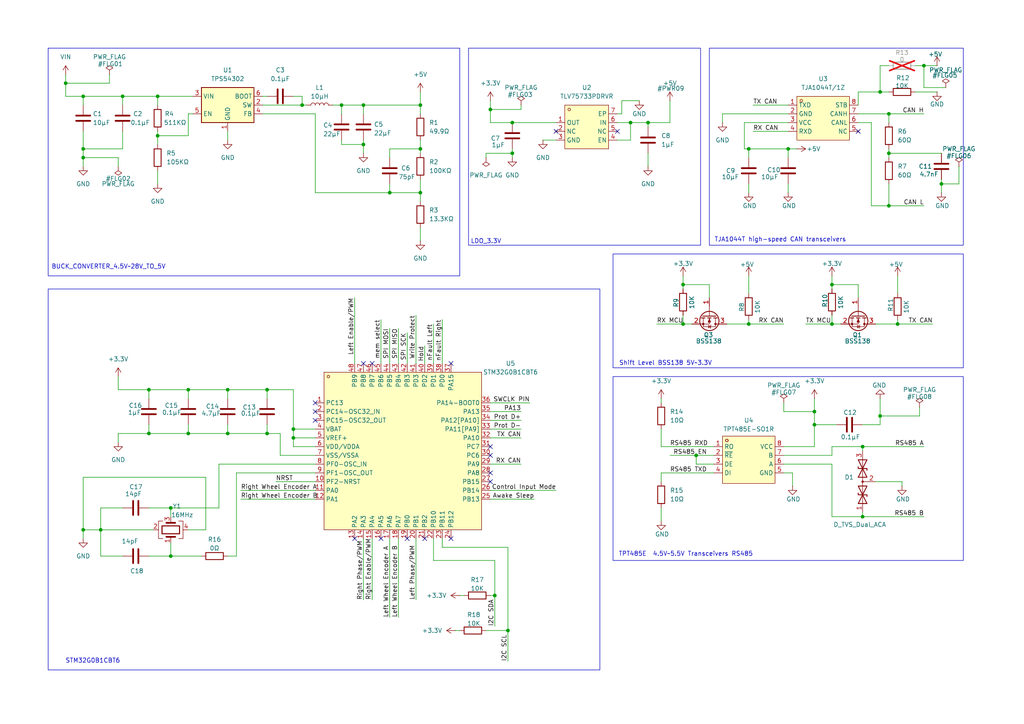
<source format=kicad_sch>
(kicad_sch (version 20231120) (generator "eeschema") (generator_version "8.0")
  (paper "A4")
  (title_block (title "Intern TransTRACK") (date "2025-02-12"))
  (lib_symbols
    (symbol "Device:C" (pin_numbers hide) (pin_names (offset 0.254))
      (property "Reference" "C" (at 0.635 2.54 0))
      (property "Value" "C" (at 0.635 -2.54 0))
      (symbol "C_1_1"
        (pin passive line (at 0 3.81 270) (length 2.794) (name "~") (number "1"))
        (pin passive line (at 0 -3.81 90) (length 2.794) (name "~") (number "2"))
      )
    )
    (symbol "Device:Crystal_GND24" (pin_names (offset 1.016) hide)
      (property "Reference" "Y" (at 3.175 5.08 0))
      (property "Value" "Crystal_GND24" (at 3.175 3.175 0))
      (symbol "Crystal_GND24_1_1"
        (pin passive line (at -3.81 0 0) (length 1.27) (name "1") (number "1"))
        (pin passive line (at 0 5.08 270) (length 1.27) (name "2") (number "2"))
        (pin passive line (at 3.81 0 180) (length 1.27) (name "3") (number "3"))
        (pin passive line (at 0 -5.08 90) (length 1.27) (name "4") (number "4"))
      )
    )
    (symbol "Device:D_TVS_Dual_ACA" (pin_names (offset 1.016) hide)
      (property "Reference" "D" (at 0 4.445 0))
      (property "Value" "D_TVS_Dual_ACA" (at 0 2.54 0))
      (symbol "D_TVS_Dual_ACA_1_1"
        (pin passive line (at -8.89 0 0) (length 2.54) (name "A1") (number "1"))
        (pin passive line (at 0 -3.81 90) (length 2.54) (name "common") (number "2"))
        (pin passive line (at 8.89 0 180) (length 2.54) (name "A2") (number "3"))
      )
    )
    (symbol "Device:L" (pin_numbers hide) (pin_names (offset 1.016) hide)
      (property "Reference" "L" (at -1.27 0 90))
      (property "Value" "L" (at 1.905 0 90))
      (symbol "L_1_1"
        (pin passive line (at 0 3.81 270) (length 1.27) (name "1") (number "1"))
        (pin passive line (at 0 -3.81 90) (length 1.27) (name "2") (number "2"))
      )
    )
    (symbol "Device:R" (pin_numbers hide) (pin_names (offset 0))
      (property "Reference" "R" (at 2.032 0 90))
      (property "Value" "R" (at 0 0 90))
      (symbol "R_1_1"
        (pin passive line (at 0 3.81 270) (length 1.27) (name "~") (number "1"))
        (pin passive line (at 0 -3.81 90) (length 1.27) (name "~") (number "2"))
      )
    )
    (symbol "Regulator_Switching:TPS54302"
      (property "Reference" "U" (at -7.62 6.35 0))
      (property "Value" "TPS54302" (at 0 6.35 0))
      (symbol "TPS54302_1_1"
        (pin power_in line (at 0 -7.62 90) (length 2.54) (name "GND") (number "1"))
        (pin power_out line (at 10.16 0 180) (length 2.54) (name "SW") (number "2"))
        (pin power_in line (at -10.16 2.54 0) (length 2.54) (name "VIN") (number "3"))
        (pin input line (at 10.16 -2.54 180) (length 2.54) (name "FB") (number "4"))
        (pin input line (at -10.16 -2.54 0) (length 2.54) (name "EN") (number "5"))
        (pin passive line (at 10.16 2.54 180) (length 2.54) (name "BOOT") (number "6"))
      )
    )
    (symbol "STM32G0B1CBT6:STM32G0B1CBT6"
      (property "Reference" "U5" (at 31.242 25.4 0))
      (property "Value" "STM32G0B1CBT6" (at 31.242 22.86 0))
      (symbol "STM32G0B1CBT6_0_1"
        (pin power_in line (at -25.4 13.97 0) (length 2.54) (name "PC13") (number "1"))
        (pin bidirectional line (at -25.4 -8.89 0) (length 2.54) (name "PF2-NRST") (number "10"))
        (pin bidirectional line (at -25.4 -11.43 0) (length 2.54) (name "PA0") (number "11"))
        (pin bidirectional line (at -25.4 -13.97 0) (length 2.54) (name "PA1") (number "12"))
        (pin bidirectional line (at -13.97 -25.4 90) (length 2.54) (name "PA2") (number "13"))
        (pin bidirectional line (at -11.43 -25.4 90) (length 2.54) (name "PA3") (number "14"))
        (pin bidirectional line (at -8.89 -25.4 90) (length 2.54) (name "PA4") (number "15"))
        (pin bidirectional line (at -6.35 -25.4 90) (length 2.54) (name "PA5") (number "16"))
        (pin bidirectional line (at -3.81 -25.4 90) (length 2.54) (name "PA6") (number "17"))
        (pin bidirectional line (at -1.27 -25.4 90) (length 2.54) (name "PA7") (number "18"))
        (pin bidirectional line (at 1.27 -25.4 90) (length 2.54) (name "PB0") (number "19"))
        (pin power_in line (at -25.4 11.43 0) (length 2.54) (name "PC14-OSC32_IN") (number "2"))
        (pin bidirectional line (at 3.81 -25.4 90) (length 2.54) (name "PB1") (number "20"))
        (pin bidirectional line (at 6.35 -25.4 90) (length 2.54) (name "PB2") (number "21"))
        (pin bidirectional line (at 8.89 -25.4 90) (length 2.54) (name "PB10") (number "22"))
        (pin bidirectional line (at 11.43 -25.4 90) (length 2.54) (name "PB11") (number "23"))
        (pin bidirectional line (at 13.97 -25.4 90) (length 2.54) (name "PB12") (number "24"))
        (pin bidirectional line (at 25.4 -13.97 180) (length 2.54) (name "PB13") (number "25"))
        (pin bidirectional line (at 25.4 -11.43 180) (length 2.54) (name "PB14") (number "26"))
        (pin bidirectional line (at 25.4 -8.89 180) (length 2.54) (name "PB15") (number "27"))
        (pin bidirectional line (at 25.4 -6.35 180) (length 2.54) (name "PA8") (number "28"))
        (pin bidirectional line (at 25.4 -3.81 180) (length 2.54) (name "PA9") (number "29"))
        (pin power_in line (at -25.4 8.89 0) (length 2.54) (name "PC15-OSC32_OUT") (number "3"))
        (pin bidirectional line (at 25.4 -1.27 180) (length 2.54) (name "PC6") (number "30"))
        (pin bidirectional line (at 25.4 1.27 180) (length 2.54) (name "PC7") (number "31"))
        (pin bidirectional line (at 25.4 3.81 180) (length 2.54) (name "PA10") (number "32"))
        (pin bidirectional line (at 25.4 6.35 180) (length 2.54) (name "PA11[PA9]") (number "33"))
        (pin bidirectional line (at 25.4 8.89 180) (length 2.54) (name "PA12[PA10]") (number "34"))
        (pin bidirectional line (at 25.4 11.43 180) (length 2.54) (name "PA13") (number "35"))
        (pin bidirectional line (at 25.4 13.97 180) (length 2.54) (name "PA14-BOOT0") (number "36"))
        (pin bidirectional line (at 13.97 25.4 270) (length 2.54) (name "PA15") (number "37"))
        (pin bidirectional line (at 11.43 25.4 270) (length 2.54) (name "PD0") (number "38"))
        (pin bidirectional line (at 8.89 25.4 270) (length 2.54) (name "PD1") (number "39"))
        (pin power_in line (at -25.4 6.35 0) (length 2.54) (name "VBAT") (number "4"))
        (pin bidirectional line (at 6.35 25.4 270) (length 2.54) (name "PD2") (number "40"))
        (pin bidirectional line (at 3.81 25.4 270) (length 2.54) (name "PD3") (number "41"))
        (pin bidirectional line (at 1.27 25.4 270) (length 2.54) (name "PB3") (number "42"))
        (pin bidirectional line (at -1.27 25.4 270) (length 2.54) (name "PB4") (number "43"))
        (pin bidirectional line (at -3.81 25.4 270) (length 2.54) (name "PB5") (number "44"))
        (pin bidirectional line (at -6.35 25.4 270) (length 2.54) (name "PB6") (number "45"))
        (pin bidirectional line (at -8.89 25.4 270) (length 2.54) (name "PB7") (number "46"))
        (pin bidirectional line (at -11.43 25.4 270) (length 2.54) (name "PB8") (number "47"))
        (pin bidirectional line (at -13.97 25.4 270) (length 2.54) (name "PB9") (number "48"))
        (pin power_in line (at -25.4 3.81 0) (length 2.54) (name "VREF+") (number "5"))
        (pin power_in line (at -25.4 1.27 0) (length 2.54) (name "VDD/VDDA") (number "6"))
        (pin power_in line (at -25.4 -1.27 0) (length 2.54) (name "VSS/VSSA") (number "7"))
        (pin bidirectional line (at -25.4 -3.81 0) (length 2.54) (name "PF0-OSC_IN") (number "8"))
        (pin bidirectional line (at -25.4 -6.35 0) (length 2.54) (name "PF1-OSC_OUT") (number "9"))
      )
    )
    (symbol "TJA1044T:TJA1044T_1Z"
      (property "Reference" "U3" (at 0 11.43 0))
      (property "Value" "TJA1044T/1Z" (at 0 8.89 0))
      (symbol "TJA1044T_1Z_0_1"
        (pin bidirectional line (at -10.16 3.81 0) (length 2.54) (name "TXD") (number "1"))
        (pin power_in line (at -10.16 1.27 0) (length 2.54) (name "GND") (number "2"))
        (pin power_in line (at -10.16 -1.27 0) (length 2.54) (name "VCC") (number "3"))
        (pin bidirectional line (at -10.16 -3.81 0) (length 2.54) (name "RXD") (number "4"))
        (pin no_connect line (at 10.16 -3.81 180) (length 2.54) (name "NC") (number "5"))
        (pin bidirectional line (at 10.16 -1.27 180) (length 2.54) (name "CANL") (number "6"))
        (pin bidirectional line (at 10.16 1.27 180) (length 2.54) (name "CANH") (number "7"))
      )
      (symbol "TJA1044T_1Z_1_1"
        (pin bidirectional line (at 10.16 3.81 180) (length 2.54) (name "STB") (number "8"))
      )
    )
    (symbol "TLV75733PDRVR:TLV75733PDRVR"
      (property "Reference" "U2" (at 0 11.43 0))
      (property "Value" "TLV75733PDRVR" (at 0 8.89 0))
      (symbol "TLV75733PDRVR_0_1"
        (pin power_in line (at -8.89 1.27 0) (length 2.54) (name "OUT") (number "1"))
        (pin no_connect line (at -8.89 -1.27 0) (length 2.54) (name "NC") (number "2"))
        (pin power_in line (at -8.89 -3.81 0) (length 2.54) (name "GND") (number "3"))
        (pin power_in line (at 8.89 -3.81 180) (length 2.54) (name "EN") (number "4"))
        (pin bidirectional line (at 8.89 -1.27 180) (length 2.54) (name "NC") (number "5"))
        (pin power_in line (at 8.89 1.27 180) (length 2.54) (name "IN") (number "6"))
      )
      (symbol "TLV75733PDRVR_1_1"
        (pin power_in line (at 8.89 3.81 180) (length 2.54) (name "EP") (number "7"))
      )
    )
    (symbol "TPT485E-SO1R:TPT485E-SO1R"
      (property "Reference" "U4" (at 0 12.7 0))
      (property "Value" "TPT485E-SO1R" (at 0 10.16 0))
      (symbol "TPT485E-SO1R_0_1"
        (pin bidirectional line (at -10.16 5.08 0) (length 2.54) (name "RO") (number "1"))
        (pin bidirectional line (at -10.16 2.54 0) (length 2.54) (name "~{RE}") (number "2"))
        (pin bidirectional line (at -10.16 0 0) (length 2.54) (name "DE") (number "3"))
        (pin bidirectional line (at -10.16 -2.54 0) (length 2.54) (name "DI") (number "4"))
        (pin power_in line (at 10.16 -2.54 180) (length 2.54) (name "GND") (number "5"))
        (pin bidirectional line (at 10.16 0 180) (length 2.54) (name "A") (number "6"))
        (pin bidirectional line (at 10.16 2.54 180) (length 2.54) (name "B") (number "7"))
        (pin power_in line (at 10.16 5.08 180) (length 2.54) (name "VCC") (number "8"))
      )
    )
    (symbol "Transistor_FET:BSS138" (pin_names hide)
      (property "Reference" "Q" (at 5.08 1.905 0))
      (property "Value" "BSS138" (at 5.08 0 0))
      (symbol "BSS138_1_1"
        (pin input line (at -5.08 0 0) (length 2.54) (name "G") (number "1"))
        (pin passive line (at 2.54 -5.08 90) (length 2.54) (name "S") (number "2"))
        (pin passive line (at 2.54 5.08 270) (length 2.54) (name "D") (number "3"))
      )
    )
    (symbol "power:+3.3V" (power) (pin_numbers hide) (pin_names (offset 0) hide)
      (property "Value" "+3.3V" (at 0 3.556 0))
      (symbol "+3.3V_1_1"
        (pin power_in line (at 0 0 90) (length 0) (name "~") (number "1"))
      )
    )
    (symbol "power:+5V" (power) (pin_numbers hide) (pin_names (offset 0) hide)
      (property "Value" "+5V" (at 0 3.556 0))
      (symbol "+5V_1_1"
        (pin power_in line (at 0 0 90) (length 0) (name "~") (number "1"))
      )
    )
    (symbol "power:+8V" (power) (pin_numbers hide) (pin_names (offset 0) hide)
      (property "Value" "+8V" (at 0 3.556 0))
      (symbol "+8V_1_1"
        (pin power_in line (at 0 0 90) (length 0) (name "~") (number "1"))
      )
    )
    (symbol "power:GND" (power) (pin_numbers hide) (pin_names (offset 0) hide)
      (property "Value" "GND" (at 0 -3.81 0))
      (symbol "GND_1_1"
        (pin power_in line (at 0 0 270) (length 0) (name "~") (number "1"))
      )
    )
    (symbol "power:PWR_FLAG" (power) (pin_numbers hide) (pin_names (offset 0) hide)
      (property "Value" "PWR_FLAG" (at 0 3.81 0))
      (symbol "PWR_FLAG_0_0"
        (pin power_out line (at 0 0 90) (length 0) (name "~") (number "1"))
      )
    )
  )
  (junction (at 113.03 55.88))
  (junction (at 148.59 35.56))
  (junction (at 121.92 43.18))
  (junction (at 250.19 149.86))
  (junction (at 105.41 41.91))
  (junction (at 105.41 30.48))
  (junction (at 255.27 26.67))
  (junction (at 85.09 127))
  (junction (at 198.12 93.98))
  (junction (at 45.72 39.37))
  (junction (at 273.05 53.34))
  (junction (at 257.81 44.45))
  (junction (at 198.12 82.55))
  (junction (at 142.24 31.75))
  (junction (at 29.21 153.67))
  (junction (at 217.17 43.18))
  (junction (at 236.22 123.19))
  (junction (at 99.06 30.48))
  (junction (at 187.96 35.56))
  (junction (at 43.18 113.03))
  (junction (at 66.04 125.73))
  (junction (at 87.63 30.48))
  (junction (at 19.05 24.13))
  (junction (at 260.35 93.98))
  (junction (at 24.13 153.67))
  (junction (at 49.53 147.32))
  (junction (at 250.19 129.54))
  (junction (at 54.61 113.03))
  (junction (at 49.53 161.29))
  (junction (at 217.17 93.98))
  (junction (at 267.97 19.05))
  (junction (at 121.92 30.48))
  (junction (at 77.47 125.73))
  (junction (at 257.81 33.02))
  (junction (at 257.81 59.69))
  (junction (at 241.3 93.98))
  (junction (at 35.56 27.94))
  (junction (at 121.92 55.88))
  (junction (at 24.13 27.94))
  (junction (at 255.27 120.65))
  (junction (at 148.59 44.45))
  (junction (at 236.22 119.38))
  (junction (at 85.09 124.46))
  (junction (at 43.18 125.73))
  (junction (at 24.13 43.18))
  (junction (at 66.04 113.03))
  (junction (at 24.13 45.72))
  (junction (at 182.88 35.56))
  (junction (at 147.32 182.88))
  (junction (at 228.6 43.18))
  (junction (at 77.47 113.03))
  (junction (at 143.51 172.72))
  (junction (at 241.3 82.55))
  (junction (at 45.72 27.94))
  (junction (at 201.93 132.08))
  (junction (at 54.61 125.73))
  (no_connect (at 91.44 121.92))
  (no_connect (at 91.44 116.84))
  (no_connect (at 142.24 139.7))
  (no_connect (at 248.92 38.1))
  (no_connect (at 179.07 38.1))
  (no_connect (at 105.41 105.41))
  (no_connect (at 102.87 156.21))
  (no_connect (at 130.81 156.21))
  (no_connect (at 130.81 105.41))
  (no_connect (at 107.95 105.41))
  (no_connect (at 118.11 156.21))
  (no_connect (at 161.29 38.1))
  (no_connect (at 142.24 129.54))
  (no_connect (at 91.44 119.38))
  (no_connect (at 110.49 156.21))
  (no_connect (at 123.19 156.21))
  (no_connect (at 142.24 132.08))
  (no_connect (at 142.24 137.16))
  (wire (pts (xy 271.78 26.67) (xy 265.43 26.67)))
  (wire (pts (xy 236.22 115.57) (xy 236.22 119.38)))
  (wire (pts (xy 54.61 125.73) (xy 43.18 125.73)))
  (wire (pts (xy 260.35 93.98) (xy 254 93.98)))
  (wire (pts (xy 99.06 30.48) (xy 105.41 30.48)))
  (wire (pts (xy 66.04 125.73) (xy 54.61 125.73)))
  (wire (pts (xy 29.21 161.29) (xy 29.21 153.67)))
  (wire (pts (xy 179.07 35.56) (xy 182.88 35.56)))
  (wire (pts (xy 227.33 134.62) (xy 241.3 134.62)))
  (wire (pts (xy 241.3 129.54) (xy 250.19 129.54)))
  (wire (pts (xy 182.88 35.56) (xy 182.88 40.64)))
  (wire (pts (xy 43.18 115.57) (xy 43.18 113.03)))
  (wire (pts (xy 132.08 182.88) (xy 133.35 182.88)))
  (wire (pts (xy 198.12 83.82) (xy 198.12 82.55)))
  (wire (pts (xy 69.85 142.24) (xy 91.44 142.24)))
  (wire (pts (xy 87.63 27.94) (xy 87.63 30.48)))
  (wire (pts (xy 113.03 43.18) (xy 113.03 45.72)))
  (wire (pts (xy 198.12 82.55) (xy 198.12 80.01)))
  (wire (pts (xy 99.06 41.91) (xy 105.41 41.91)))
  (wire (pts (xy 271.78 19.05) (xy 267.97 19.05)))
  (wire (pts (xy 142.24 31.75) (xy 151.13 31.75)))
  (wire (pts (xy 24.13 38.1) (xy 24.13 43.18)))
  (wire (pts (xy 55.88 33.02) (xy 54.61 33.02)))
  (wire (pts (xy 278.13 48.26) (xy 278.13 53.34)))
  (wire (pts (xy 34.29 48.26) (xy 34.29 45.72)))
  (wire (pts (xy 215.9 35.56) (xy 215.9 43.18)))
  (wire (pts (xy 45.72 49.53) (xy 45.72 53.34)))
  (wire (pts (xy 35.56 27.94) (xy 35.56 30.48)))
  (wire (pts (xy 248.92 35.56) (xy 252.73 35.56)))
  (wire (pts (xy 128.27 158.75) (xy 147.32 158.75)))
  (wire (pts (xy 257.81 59.69) (xy 257.81 53.34)))
  (wire (pts (xy 34.29 125.73) (xy 34.29 128.27)))
  (wire (pts (xy 105.41 33.02) (xy 105.41 30.48)))
  (wire (pts (xy 35.56 161.29) (xy 29.21 161.29)))
  (wire (pts (xy 255.27 19.05) (xy 255.27 26.67)))
  (wire (pts (xy 105.41 30.48) (xy 121.92 30.48)))
  (wire (pts (xy 236.22 123.19) (xy 242.57 123.19)))
  (wire (pts (xy 227.33 132.08) (xy 241.3 132.08)))
  (wire (pts (xy 24.13 45.72) (xy 34.29 45.72)))
  (wire (pts (xy 24.13 153.67) (xy 29.21 153.67)))
  (wire (pts (xy 250.19 129.54) (xy 250.19 130.81)))
  (wire (pts (xy 63.5 134.62) (xy 91.44 134.62)))
  (wire (pts (xy 35.56 38.1) (xy 35.56 43.18)))
  (wire (pts (xy 250.19 149.86) (xy 267.97 149.86)))
  (wire (pts (xy 241.3 149.86) (xy 250.19 149.86)))
  (wire (pts (xy 190.5 93.98) (xy 198.12 93.98)))
  (wire (pts (xy 120.65 156.21) (xy 120.65 173.99)))
  (wire (pts (xy 142.24 124.46) (xy 151.13 124.46)))
  (wire (pts (xy 66.04 40.64) (xy 66.04 38.1)))
  (wire (pts (xy 35.56 27.94) (xy 45.72 27.94)))
  (wire (pts (xy 187.96 44.45) (xy 187.96 48.26)))
  (wire (pts (xy 260.35 92.71) (xy 260.35 93.98)))
  (wire (pts (xy 63.5 134.62) (xy 63.5 147.32)))
  (wire (pts (xy 257.81 59.69) (xy 267.97 59.69)))
  (wire (pts (xy 68.58 137.16) (xy 91.44 137.16)))
  (wire (pts (xy 180.34 33.02) (xy 180.34 29.21)))
  (wire (pts (xy 125.73 162.56) (xy 143.51 162.56)))
  (wire (pts (xy 273.05 44.45) (xy 257.81 44.45)))
  (wire (pts (xy 77.47 115.57) (xy 77.47 113.03)))
  (wire (pts (xy 49.53 147.32) (xy 63.5 147.32)))
  (wire (pts (xy 217.17 43.18) (xy 228.6 43.18)))
  (wire (pts (xy 257.81 43.18) (xy 257.81 44.45)))
  (wire (pts (xy 45.72 39.37) (xy 45.72 38.1)))
  (wire (pts (xy 217.17 45.72) (xy 217.17 43.18)))
  (wire (pts (xy 241.3 93.98) (xy 243.84 93.98)))
  (wire (pts (xy 54.61 39.37) (xy 45.72 39.37)))
  (wire (pts (xy 191.77 124.46) (xy 191.77 129.54)))
  (wire (pts (xy 278.13 53.34) (xy 273.05 53.34)))
  (wire (pts (xy 191.77 151.13) (xy 191.77 147.32)))
  (wire (pts (xy 85.09 27.94) (xy 87.63 27.94)))
  (wire (pts (xy 29.21 153.67) (xy 29.21 147.32)))
  (wire (pts (xy 266.7 118.11) (xy 266.7 120.65)))
  (wire (pts (xy 19.05 21.59) (xy 19.05 24.13)))
  (wire (pts (xy 255.27 123.19) (xy 255.27 120.65)))
  (wire (pts (xy 248.92 33.02) (xy 257.81 33.02)))
  (wire (pts (xy 31.75 21.59) (xy 31.75 24.13)))
  (wire (pts (xy 209.55 33.02) (xy 209.55 35.56)))
  (wire (pts (xy 118.11 96.52) (xy 118.11 105.41)))
  (wire (pts (xy 49.53 161.29) (xy 58.42 161.29)))
  (wire (pts (xy 96.52 30.48) (xy 99.06 30.48)))
  (wire (pts (xy 147.32 182.88) (xy 147.32 191.77)))
  (wire (pts (xy 217.17 93.98) (xy 210.82 93.98)))
  (wire (pts (xy 254 139.7) (xy 261.62 139.7)))
  (wire (pts (xy 113.03 156.21) (xy 113.03 179.07)))
  (wire (pts (xy 191.77 137.16) (xy 191.77 139.7)))
  (wire (pts (xy 49.53 147.32) (xy 49.53 149.86)))
  (wire (pts (xy 45.72 27.94) (xy 45.72 30.48)))
  (wire (pts (xy 113.03 55.88) (xy 121.92 55.88)))
  (wire (pts (xy 187.96 35.56) (xy 194.31 35.56)))
  (wire (pts (xy 250.19 123.19) (xy 255.27 123.19)))
  (wire (pts (xy 147.32 158.75) (xy 147.32 182.88)))
  (wire (pts (xy 43.18 125.73) (xy 34.29 125.73)))
  (wire (pts (xy 133.35 172.72) (xy 134.62 172.72)))
  (wire (pts (xy 241.3 83.82) (xy 241.3 82.55)))
  (wire (pts (xy 191.77 137.16) (xy 207.01 137.16)))
  (wire (pts (xy 248.92 26.67) (xy 248.92 30.48)))
  (wire (pts (xy 85.09 127) (xy 85.09 124.46)))
  (wire (pts (xy 142.24 127) (xy 151.13 127)))
  (wire (pts (xy 24.13 27.94) (xy 35.56 27.94)))
  (wire (pts (xy 24.13 138.43) (xy 59.69 138.43)))
  (wire (pts (xy 43.18 147.32) (xy 49.53 147.32)))
  (wire (pts (xy 77.47 123.19) (xy 77.47 125.73)))
  (wire (pts (xy 260.35 85.09) (xy 260.35 80.01)))
  (wire (pts (xy 228.6 45.72) (xy 228.6 43.18)))
  (wire (pts (xy 191.77 129.54) (xy 207.01 129.54)))
  (wire (pts (xy 102.87 86.36) (xy 102.87 105.41)))
  (wire (pts (xy 217.17 85.09) (xy 217.17 80.01)))
  (wire (pts (xy 257.81 33.02) (xy 267.97 33.02)))
  (wire (pts (xy 120.65 91.44) (xy 120.65 105.41)))
  (wire (pts (xy 241.3 132.08) (xy 241.3 129.54)))
  (wire (pts (xy 194.31 29.21) (xy 194.31 35.56)))
  (wire (pts (xy 128.27 92.71) (xy 128.27 105.41)))
  (wire (pts (xy 54.61 153.67) (xy 59.69 153.67)))
  (wire (pts (xy 115.57 156.21) (xy 115.57 179.07)))
  (wire (pts (xy 148.59 44.45) (xy 148.59 43.18)))
  (wire (pts (xy 142.24 144.78) (xy 154.94 144.78)))
  (wire (pts (xy 273.05 53.34) (xy 273.05 52.07)))
  (wire (pts (xy 85.09 127) (xy 91.44 127)))
  (wire (pts (xy 24.13 138.43) (xy 24.13 153.67)))
  (wire (pts (xy 273.05 55.88) (xy 273.05 53.34)))
  (wire (pts (xy 35.56 43.18) (xy 24.13 43.18)))
  (wire (pts (xy 227.33 116.84) (xy 227.33 119.38)))
  (wire (pts (xy 121.92 43.18) (xy 121.92 44.45)))
  (wire (pts (xy 91.44 55.88) (xy 113.03 55.88)))
  (wire (pts (xy 91.44 33.02) (xy 91.44 55.88)))
  (wire (pts (xy 142.24 134.62) (xy 151.13 134.62)))
  (wire (pts (xy 236.22 119.38) (xy 236.22 123.19)))
  (wire (pts (xy 229.87 137.16) (xy 229.87 140.97)))
  (wire (pts (xy 151.13 30.48) (xy 151.13 31.75)))
  (wire (pts (xy 140.97 45.72) (xy 140.97 44.45)))
  (wire (pts (xy 142.24 121.92) (xy 151.13 121.92)))
  (wire (pts (xy 24.13 43.18) (xy 24.13 45.72)))
  (wire (pts (xy 198.12 82.55) (xy 205.74 82.55)))
  (wire (pts (xy 24.13 153.67) (xy 24.13 156.21)))
  (wire (pts (xy 218.44 30.48) (xy 228.6 30.48)))
  (wire (pts (xy 261.62 139.7) (xy 261.62 140.97)))
  (wire (pts (xy 113.03 53.34) (xy 113.03 55.88)))
  (wire (pts (xy 68.58 161.29) (xy 68.58 137.16)))
  (wire (pts (xy 87.63 30.48) (xy 88.9 30.48)))
  (wire (pts (xy 205.74 86.36) (xy 205.74 82.55)))
  (wire (pts (xy 233.68 93.98) (xy 241.3 93.98)))
  (wire (pts (xy 217.17 53.34) (xy 217.17 55.88)))
  (wire (pts (xy 252.73 59.69) (xy 257.81 59.69)))
  (wire (pts (xy 180.34 29.21) (xy 185.42 29.21)))
  (wire (pts (xy 191.77 115.57) (xy 191.77 116.84)))
  (wire (pts (xy 179.07 33.02) (xy 180.34 33.02)))
  (wire (pts (xy 43.18 123.19) (xy 43.18 125.73)))
  (wire (pts (xy 257.81 33.02) (xy 257.81 35.56)))
  (wire (pts (xy 209.55 33.02) (xy 228.6 33.02)))
  (wire (pts (xy 194.31 132.08) (xy 201.93 132.08)))
  (wire (pts (xy 54.61 123.19) (xy 54.61 125.73)))
  (wire (pts (xy 147.32 182.88) (xy 140.97 182.88)))
  (wire (pts (xy 201.93 132.08) (xy 207.01 132.08)))
  (wire (pts (xy 29.21 153.67) (xy 44.45 153.67)))
  (wire (pts (xy 19.05 27.94) (xy 24.13 27.94)))
  (wire (pts (xy 148.59 45.72) (xy 148.59 44.45)))
  (wire (pts (xy 45.72 39.37) (xy 45.72 41.91)))
  (wire (pts (xy 142.24 172.72) (xy 143.51 172.72)))
  (wire (pts (xy 227.33 129.54) (xy 236.22 129.54)))
  (wire (pts (xy 34.29 109.22) (xy 34.29 113.03)))
  (wire (pts (xy 24.13 45.72) (xy 24.13 48.26)))
  (wire (pts (xy 54.61 33.02) (xy 54.61 39.37)))
  (wire (pts (xy 274.32 25.4) (xy 267.97 25.4)))
  (wire (pts (xy 142.24 116.84) (xy 153.67 116.84)))
  (wire (pts (xy 76.2 33.02) (xy 91.44 33.02)))
  (wire (pts (xy 113.03 43.18) (xy 121.92 43.18)))
  (wire (pts (xy 121.92 40.64) (xy 121.92 43.18)))
  (wire (pts (xy 85.09 124.46) (xy 91.44 124.46)))
  (wire (pts (xy 121.92 52.07) (xy 121.92 55.88)))
  (wire (pts (xy 85.09 124.46) (xy 85.09 113.03)))
  (wire (pts (xy 29.21 147.32) (xy 35.56 147.32)))
  (wire (pts (xy 142.24 35.56) (xy 148.59 35.56)))
  (wire (pts (xy 255.27 19.05) (xy 257.81 19.05)))
  (wire (pts (xy 255.27 120.65) (xy 255.27 115.57)))
  (wire (pts (xy 260.35 93.98) (xy 270.51 93.98)))
  (wire (pts (xy 201.93 134.62) (xy 207.01 134.62)))
  (wire (pts (xy 217.17 93.98) (xy 227.33 93.98)))
  (wire (pts (xy 76.2 27.94) (xy 77.47 27.94)))
  (wire (pts (xy 198.12 93.98) (xy 200.66 93.98)))
  (wire (pts (xy 267.97 19.05) (xy 265.43 19.05)))
  (wire (pts (xy 69.85 144.78) (xy 91.44 144.78)))
  (wire (pts (xy 77.47 113.03) (xy 66.04 113.03)))
  (wire (pts (xy 218.44 38.1) (xy 228.6 38.1)))
  (wire (pts (xy 255.27 26.67) (xy 248.92 26.67)))
  (wire (pts (xy 250.19 129.54) (xy 267.97 129.54)))
  (wire (pts (xy 198.12 93.98) (xy 198.12 91.44)))
  (wire (pts (xy 19.05 24.13) (xy 31.75 24.13)))
  (wire (pts (xy 257.81 44.45) (xy 257.81 45.72)))
  (wire (pts (xy 66.04 123.19) (xy 66.04 125.73)))
  (wire (pts (xy 143.51 172.72) (xy 143.51 181.61)))
  (wire (pts (xy 107.95 156.21) (xy 107.95 173.99)))
  (wire (pts (xy 125.73 156.21) (xy 125.73 162.56)))
  (wire (pts (xy 201.93 132.08) (xy 201.93 134.62)))
  (wire (pts (xy 81.28 132.08) (xy 81.28 125.73)))
  (wire (pts (xy 142.24 142.24) (xy 161.29 142.24)))
  (wire (pts (xy 66.04 115.57) (xy 66.04 113.03)))
  (wire (pts (xy 228.6 43.18) (xy 231.14 43.18)))
  (wire (pts (xy 123.19 100.33) (xy 123.19 105.41)))
  (wire (pts (xy 66.04 161.29) (xy 68.58 161.29)))
  (wire (pts (xy 76.2 30.48) (xy 87.63 30.48)))
  (wire (pts (xy 248.92 86.36) (xy 248.92 82.55)))
  (wire (pts (xy 121.92 26.67) (xy 121.92 30.48)))
  (wire (pts (xy 140.97 44.45) (xy 148.59 44.45)))
  (wire (pts (xy 241.3 82.55) (xy 248.92 82.55)))
  (wire (pts (xy 85.09 129.54) (xy 85.09 127)))
  (wire (pts (xy 142.24 31.75) (xy 142.24 35.56)))
  (wire (pts (xy 54.61 113.03) (xy 43.18 113.03)))
  (wire (pts (xy 128.27 156.21) (xy 128.27 158.75)))
  (wire (pts (xy 99.06 30.48) (xy 99.06 33.02)))
  (wire (pts (xy 215.9 35.56) (xy 228.6 35.56)))
  (wire (pts (xy 105.41 41.91) (xy 105.41 40.64)))
  (wire (pts (xy 99.06 40.64) (xy 99.06 41.91)))
  (wire (pts (xy 121.92 55.88) (xy 121.92 58.42)))
  (wire (pts (xy 241.3 93.98) (xy 241.3 91.44)))
  (wire (pts (xy 105.41 156.21) (xy 105.41 173.99)))
  (wire (pts (xy 252.73 35.56) (xy 252.73 59.69)))
  (wire (pts (xy 255.27 26.67) (xy 257.81 26.67)))
  (wire (pts (xy 143.51 162.56) (xy 143.51 172.72)))
  (wire (pts (xy 267.97 25.4) (xy 267.97 19.05)))
  (wire (pts (xy 43.18 161.29) (xy 49.53 161.29)))
  (wire (pts (xy 54.61 115.57) (xy 54.61 113.03)))
  (wire (pts (xy 125.73 93.98) (xy 125.73 105.41)))
  (wire (pts (xy 113.03 95.25) (xy 113.03 105.41)))
  (wire (pts (xy 142.24 119.38) (xy 151.13 119.38)))
  (wire (pts (xy 81.28 125.73) (xy 77.47 125.73)))
  (wire (pts (xy 85.09 113.03) (xy 77.47 113.03)))
  (wire (pts (xy 227.33 137.16) (xy 229.87 137.16)))
  (wire (pts (xy 91.44 132.08) (xy 81.28 132.08)))
  (wire (pts (xy 121.92 66.04) (xy 121.92 69.85)))
  (wire (pts (xy 161.29 40.64) (xy 157.48 40.64)))
  (wire (pts (xy 115.57 95.25) (xy 115.57 105.41)))
  (wire (pts (xy 43.18 113.03) (xy 34.29 113.03)))
  (wire (pts (xy 142.24 29.21) (xy 142.24 31.75)))
  (wire (pts (xy 59.69 153.67) (xy 59.69 138.43)))
  (wire (pts (xy 227.33 119.38) (xy 236.22 119.38)))
  (wire (pts (xy 241.3 134.62) (xy 241.3 149.86)))
  (wire (pts (xy 187.96 35.56) (xy 187.96 36.83)))
  (wire (pts (xy 77.47 125.73) (xy 66.04 125.73)))
  (wire (pts (xy 236.22 123.19) (xy 236.22 129.54)))
  (wire (pts (xy 110.49 92.71) (xy 110.49 105.41)))
  (wire (pts (xy 45.72 27.94) (xy 55.88 27.94)))
  (wire (pts (xy 217.17 92.71) (xy 217.17 93.98)))
  (wire (pts (xy 66.04 113.03) (xy 54.61 113.03)))
  (wire (pts (xy 49.53 157.48) (xy 49.53 161.29)))
  (wire (pts (xy 24.13 30.48) (xy 24.13 27.94)))
  (wire (pts (xy 228.6 53.34) (xy 228.6 55.88)))
  (wire (pts (xy 121.92 33.02) (xy 121.92 30.48)))
  (wire (pts (xy 241.3 82.55) (xy 241.3 80.01)))
  (wire (pts (xy 19.05 24.13) (xy 19.05 27.94)))
  (wire (pts (xy 182.88 35.56) (xy 187.96 35.56)))
  (wire (pts (xy 215.9 43.18) (xy 217.17 43.18)))
  (wire (pts (xy 148.59 35.56) (xy 161.29 35.56)))
  (wire (pts (xy 250.19 149.86) (xy 250.19 148.59)))
  (wire (pts (xy 266.7 120.65) (xy 255.27 120.65)))
  (wire (pts (xy 85.09 129.54) (xy 91.44 129.54)))
  (wire (pts (xy 80.01 139.7) (xy 91.44 139.7)))
  (wire (pts (xy 105.41 41.91) (xy 105.41 44.45)))
  (wire (pts (xy 179.07 40.64) (xy 182.88 40.64)))
  (rectangle (start 205.74 13.97) (end 279.4 71.12))
  (rectangle (start 177.8 109.22) (end 279.4 162.56))
  (rectangle (start 13.97 13.97) (end 133.35 80.01))
  (rectangle (start 177.8 73.66) (end 279.4 106.68))
  (rectangle (start 135.89 13.97) (end 203.2 71.12))
  (rectangle (start 13.97 83.82) (end 173.99 194.31))
  (text "TPT485E  4.5V~5.5V Transceivers RS485 " (at 199.39 160.782 0) (effects (font (size 1.27 1.27))))
  (text "TJA1044T high-speed CAN transceivers" (at 226.314 69.596 0) (effects (font (size 1.27 1.27))))
  (text "Shift Level BSS138 5V~3.3V" (at 193.04 105.41 0) (effects (font (size 1.27 1.27))))
  (text "STM32G0B1CBT6" (at 26.924 191.77 0) (effects (font (size 1.27 1.27))))
  (text "BUCK_CONVERTER_4.5V~28V_TO_5V" (at 31.496 77.47 0) (effects (font (size 1.27 1.27))))
  (text "LDO_3.3V" (at 140.97 70.104 0) (effects (font (size 1.27 1.27))))
  (label "CAN L" (at 267.97 59.69 180))
  (label "RS485 A" (at 267.97 129.54 180))
  (label "Write Protect" (at 120.65 91.44 270))
  (label "Control Input Mode" (at 161.29 142.24 180))
  (label "Right Enable{slash}PWM" (at 107.95 173.99 90))
  (label "NRST" (at 80.01 139.7 0))
  (label "RS485 TXD" (at 194.31 137.16 0))
  (label "RX CAN" (at 218.44 38.1 0))
  (label "SPI MOSI" (at 113.03 95.25 270))
  (label "Prot D-" (at 151.13 124.46 180))
  (label "I2C SDA" (at 143.51 181.61 90))
  (label "I2C SCL" (at 147.32 191.77 90))
  (label "Awake Sleep" (at 154.94 144.78 180))
  (label "Right Wheel Encoder A" (at 69.85 142.24 0))
  (label "Prot D+" (at 151.13 121.92 180))
  (label "RX MCU" (at 190.5 93.98 0))
  (label "TX MCU" (at 233.68 93.98 0))
  (label "Left Wheel Encoder B" (at 115.57 179.07 90))
  (label "RS485 B" (at 267.97 149.86 180))
  (label "Right Wheel Encoder B" (at 69.85 144.78 0))
  (label "nFault Right" (at 128.27 92.71 270))
  (label "SWCLK PIN" (at 153.67 116.84 180))
  (label "TX CAN" (at 270.51 93.98 180))
  (label "Left Wheel Encoder A" (at 113.03 179.07 90))
  (label "Left Enable{slash}PWM" (at 102.87 86.36 270))
  (label "Hold" (at 123.19 100.33 270))
  (label "RX CAN" (at 151.13 134.62 180))
  (label "SPI SCK" (at 118.11 96.52 270))
  (label "CAN H" (at 267.97 33.02 180))
  (label "Right Phase{slash}PWM" (at 105.41 173.99 90))
  (label "TX CAN" (at 151.13 127 180))
  (label "SPI MISO" (at 115.57 95.25 270))
  (label "PA13" (at 151.13 119.38 180))
  (label "mem select" (at 110.49 92.71 270))
  (label "RS485 RXD" (at 194.31 129.54 0))
  (label "TX CAN" (at 218.44 30.48 0))
  (label " RS485 EN" (at 194.31 132.08 0))
  (label "Left Phase{slash}PWM" (at 120.65 173.99 90))
  (label "nFault Left" (at 125.73 93.98 270))
  (label "RX CAN" (at 227.33 93.98 180))
  (symbol (lib_id "power:+5V") (at 121.92 26.67 0) (unit 1)
    (property "Reference" "#PWR013" (effects (hide yes)))
    (property "Value" "+5V" (at 121.92 21.59 0))
    (property "Description" "Power symbol creates a global label with name \"+5V\"" (effects (hide yes)))
  )
  (symbol (lib_id "power:PWR_FLAG") (at 34.29 48.26 180) (unit 1)
    (property "Reference" "#FLG02" (at 34.29 51.816 0))
    (property "Value" "PWR_FLAG" (at 34.29 53.34 0))
    (property "Description" "Special symbol for telling ERC where power comes from" (effects (hide yes)))
  )
  (symbol (lib_id "Device:C") (at 113.03 49.53 0) (unit 1)
    (property "Reference" "C6" (at 116.332 48.7679 0) (effects (justify left)))
    (property "Value" "75pF" (at 115.57 51.308 0) (effects (justify left)))
    (property "Footprint" "Capacitor_SMD:C_1210_3225Metric_Pad1.33x2.70mm_HandSolder" (effects (hide yes)))
    (property "Description" "Unpolarized capacitor" (effects (hide yes)))
  )
  (symbol (lib_id "Device:C") (at 217.17 49.53 0) (unit 1)
    (property "Reference" "C9" (at 210.566 49.53 0) (effects (justify left)))
    (property "Value" "10µF" (at 209.296 51.308 0) (effects (justify left)))
    (property "Footprint" "Capacitor_SMD:C_1210_3225Metric_Pad1.33x2.70mm_HandSolder" (effects (hide yes)))
    (property "Description" "Unpolarized capacitor" (effects (hide yes)))
  )
  (symbol (lib_id "Device:C") (at 66.04 119.38 0) (unit 1)
    (property "Reference" "C14" (at 59.69 117.856 0) (effects (justify left)))
    (property "Value" "4.7µF" (at 58.42 119.888 0) (effects (justify left)))
    (property "Footprint" "Capacitor_SMD:C_1210_3225Metric_Pad1.33x2.70mm_HandSolder" (effects (hide yes)))
    (property "Description" "Unpolarized capacitor" (effects (hide yes)))
  )
  (symbol (lib_id "power:+5V") (at 194.31 29.21 0) (unit 1)
    (property "Reference" "#PWR09" (at 194.564 25.654 0))
    (property "Value" "+5V" (at 194.31 24.13 0))
    (property "Description" "Power symbol creates a global label with name \"+5V\"" (effects (hide yes)))
  )
  (symbol (lib_id "power:PWR_FLAG") (at 140.97 45.72 180) (unit 1)
    (property "Reference" "#FLG04" (effects (hide yes)))
    (property "Value" "PWR_FLAG" (at 140.97 50.8 0))
    (property "Description" "Special symbol for telling ERC where power comes from" (effects (hide yes)))
  )
  (symbol (lib_id "power:GND") (at 105.41 44.45 0) (unit 1)
    (property "Reference" "#PWR05" (effects (hide yes)))
    (property "Value" "GND" (at 105.41 49.53 0))
    (property "Description" "Power symbol creates a global label with name \"GND\" , ground" (effects (hide yes)))
  )
  (symbol (lib_id "power:+3.3V") (at 142.24 29.21 0) (unit 1)
    (property "Reference" "#PWR010" (effects (hide yes)))
    (property "Value" "+3.3V" (at 142.24 24.13 0))
    (property "Description" "Power symbol creates a global label with name \"+3.3V\"" (effects (hide yes)))
  )
  (symbol (lib_id "power:GND") (at 217.17 55.88 0) (unit 1)
    (property "Reference" "#PWR023" (effects (hide yes)))
    (property "Value" "GND" (at 217.424 59.69 0))
    (property "Description" "Power symbol creates a global label with name \"GND\" , ground" (effects (hide yes)))
  )
  (symbol (lib_id "Device:C") (at 39.37 161.29 90) (unit 1)
    (property "Reference" "C18" (at 41.656 165.608 90) (effects (justify left)))
    (property "Value" "14pF" (at 40.132 156.972 90) (effects (justify left)))
    (property "Footprint" "Capacitor_SMD:C_1210_3225Metric_Pad1.33x2.70mm_HandSolder" (effects (hide yes)))
    (property "Description" "Unpolarized capacitor" (effects (hide yes)))
  )
  (symbol (lib_id "power:GND") (at 66.04 40.64 0) (unit 1)
    (property "Reference" "#PWR03" (effects (hide yes)))
    (property "Value" "GND" (at 66.04 45.72 0))
    (property "Description" "Power symbol creates a global label with name \"GND\" , ground" (effects (hide yes)))
  )
  (symbol (lib_id "Device:C") (at 77.47 119.38 0) (unit 1)
    (property "Reference" "C13" (at 70.358 118.11 0) (effects (justify left)))
    (property "Value" "0.1µF" (at 69.85 119.888 0) (effects (justify left)))
    (property "Footprint" "Capacitor_SMD:C_1210_3225Metric_Pad1.33x2.70mm_HandSolder" (effects (hide yes)))
    (property "Description" "Unpolarized capacitor" (effects (hide yes)))
  )
  (symbol (lib_id "power:GND") (at 261.62 140.97 0) (unit 1)
    (property "Reference" "#PWR026" (effects (hide yes)))
    (property "Value" "GND" (at 261.874 144.78 0))
    (property "Description" "Power symbol creates a global label with name \"GND\" , ground" (effects (hide yes)))
  )
  (symbol (lib_id "Device:R") (at 121.92 36.83 0) (unit 1)
    (property "Reference" "R1" (at 124.46 35.5599 0) (effects (justify left)))
    (property "Value" "49.9Ω" (at 124.46 38.0999 0) (effects (justify left)))
    (property "Footprint" "Resistor_SMD:R_1210_3225Metric_Pad1.30x2.65mm_HandSolder" (effects (hide yes)))
    (property "Description" "Resistor" (effects (hide yes)))
  )
  (symbol (lib_id "Device:R") (at 191.77 143.51 0) (unit 1)
    (property "Reference" "R15" (at 194.31 142.2399 0) (effects (justify left)))
    (property "Value" "10Ω" (at 194.31 144.7799 0) (effects (justify left)))
    (property "Footprint" "Resistor_SMD:R_1210_3225Metric_Pad1.30x2.65mm_HandSolder" (effects (hide yes)))
    (property "Description" "Resistor" (effects (hide yes)))
  )
  (symbol (lib_id "Device:R") (at 45.72 45.72 0) (unit 1)
    (property "Reference" "R5" (at 48.26 44.4499 0) (effects (justify left)))
    (property "Value" "105KΩ" (at 48.26 46.9899 0) (effects (justify left)))
    (property "Footprint" "Resistor_SMD:R_1210_3225Metric_Pad1.30x2.65mm_HandSolder" (effects (hide yes)))
    (property "Description" "Resistor" (effects (hide yes)))
  )
  (symbol (lib_id "Device:R") (at 138.43 172.72 90) (unit 1)
    (property "Reference" "R17" (at 138.43 168.148 90))
    (property "Value" "10K" (at 138.43 170.688 90))
    (property "Footprint" "Resistor_SMD:R_1210_3225Metric_Pad1.30x2.65mm_HandSolder" (effects (hide yes)))
    (property "Description" "Resistor" (effects (hide yes)))
  )
  (symbol (lib_id "Device:R") (at 137.16 182.88 90) (unit 1)
    (property "Reference" "R18" (at 137.414 178.308 90))
    (property "Value" "10K" (at 137.414 180.848 90))
    (property "Footprint" "Resistor_SMD:R_1210_3225Metric_Pad1.30x2.65mm_HandSolder" (effects (hide yes)))
    (property "Description" "Resistor" (effects (hide yes)))
  )
  (symbol (lib_id "power:+3.3V") (at 34.29 109.22 0) (unit 1)
    (property "Reference" "#PWR032" (effects (hide yes)))
    (property "Value" "+3.3V" (at 34.29 104.14 0))
    (property "Description" "Power symbol creates a global label with name \"+3.3V\"" (effects (hide yes)))
  )
  (symbol (lib_id "power:GND") (at 45.72 53.34 0) (unit 1)
    (property "Reference" "#PWR02" (effects (hide yes)))
    (property "Value" "GND" (at 45.72 58.42 0))
    (property "Description" "Power symbol creates a global label with name \"GND\" , ground" (effects (hide yes)))
  )
  (symbol (lib_id "power:GND") (at 229.87 140.97 0) (unit 1)
    (property "Reference" "#PWR027" (effects (hide yes)))
    (property "Value" "GND" (at 230.124 144.78 0))
    (property "Description" "Power symbol creates a global label with name \"GND\" , ground" (effects (hide yes)))
  )
  (symbol (lib_id "power:GND") (at 157.48 40.64 0) (unit 1)
    (property "Reference" "#PWR08" (effects (hide yes)))
    (property "Value" "GND" (at 157.48 45.72 0))
    (property "Description" "Power symbol creates a global label with name \"GND\" , ground" (effects (hide yes)))
  )
  (symbol (lib_id "Device:R") (at 261.62 19.05 270) (unit 1) (dnp yes)
    (property "Reference" "R13" (at 261.62 15.24 90))
    (property "Value" "0" (at 261.62 17.272 90))
    (property "Footprint" "Resistor_SMD:R_1210_3225Metric_Pad1.30x2.65mm_HandSolder" (effects (hide yes)))
    (property "Description" "Resistor" (effects (hide yes)))
  )
  (symbol (lib_id "Device:R") (at 45.72 34.29 0) (unit 1)
    (property "Reference" "R4" (at 47.752 33.02 0) (effects (justify left)))
    (property "Value" "511KΩ" (at 47.498 35.56 0) (effects (justify left)))
    (property "Footprint" "Resistor_SMD:R_1210_3225Metric_Pad1.30x2.65mm_HandSolder" (effects (hide yes)))
    (property "Description" "Resistor" (effects (hide yes)))
  )
  (symbol (lib_id "Device:C") (at 99.06 36.83 0) (unit 1)
    (property "Reference" "C4" (at 93.726 36.322 0) (effects (justify left)))
    (property "Value" "22µF" (at 93.726 38.862 0) (effects (justify left)))
    (property "Footprint" "Capacitor_SMD:C_1210_3225Metric_Pad1.33x2.70mm_HandSolder" (effects (hide yes)))
    (property "Description" "Unpolarized capacitor" (effects (hide yes)))
  )
  (symbol (lib_id "power:GND") (at 24.13 156.21 0) (unit 1)
    (property "Reference" "#PWR033" (effects (hide yes)))
    (property "Value" "GND" (at 24.13 161.29 0))
    (property "Description" "Power symbol creates a global label with name \"GND\" , ground" (effects (hide yes)))
  )
  (symbol (lib_id "Device:C") (at 54.61 119.38 0) (unit 1)
    (property "Reference" "C15" (at 47.752 117.602 0) (effects (justify left)))
    (property "Value" "0.1µF" (at 46.99 119.634 0) (effects (justify left)))
    (property "Footprint" "Capacitor_SMD:C_1210_3225Metric_Pad1.33x2.70mm_HandSolder" (effects (hide yes)))
    (property "Description" "Unpolarized capacitor" (effects (hide yes)))
  )
  (symbol (lib_id "Device:D_TVS_Dual_ACA") (at 250.19 139.7 90) (unit 1)
    (property "Reference" "D1" (at 247.65 138.4299 90) (effects (justify left)))
    (property "Value" "D_TVS_Dual_ACA" (at 257.048 152.146 90) (effects (justify left)))
    (property "Footprint" "Diode_SMD:D_SOD-523" (effects (hide yes)))
    (property "Description" "Bidirectional dual transient-voltage-suppression diode, center on pin 2" (effects (hide yes)))
  )
  (symbol (lib_id "power:GND") (at 273.05 55.88 0) (unit 1)
    (property "Reference" "#PWR014" (effects (hide yes)))
    (property "Value" "GND" (at 273.304 59.69 0))
    (property "Description" "Power symbol creates a global label with name \"GND\" , ground" (effects (hide yes)))
  )
  (symbol (lib_id "Device:C") (at 24.13 34.29 0) (unit 1)
    (property "Reference" "C1" (at 26.924 33.02 0) (effects (justify left)))
    (property "Value" "10µF" (at 26.924 35.56 0) (effects (justify left)))
    (property "Footprint" "Capacitor_SMD:C_1210_3225Metric_Pad1.33x2.70mm_HandSolder" (effects (hide yes)))
    (property "Description" "Unpolarized capacitor" (effects (hide yes)))
  )
  (symbol (lib_id "power:GND") (at 121.92 69.85 0) (unit 1)
    (property "Reference" "#PWR012" (effects (hide yes)))
    (property "Value" "GND" (at 121.92 74.93 0))
    (property "Description" "Power symbol creates a global label with name \"GND\" , ground" (effects (hide yes)))
  )
  (symbol (lib_id "power:+5V") (at 231.14 43.18 270) (unit 1)
    (property "Reference" "#PWR015" (effects (hide yes)))
    (property "Value" "+5V" (at 235.966 43.18 90))
    (property "Description" "Power symbol creates a global label with name \"+5V\"" (effects (hide yes)))
  )
  (symbol (lib_id "power:+5V") (at 271.78 19.05 0) (unit 1)
    (property "Reference" "#PWR019" (effects (hide yes)))
    (property "Value" "+5V" (at 271.272 15.748 0))
    (property "Description" "Power symbol creates a global label with name \"+5V\"" (effects (hide yes)))
  )
  (symbol (lib_id "Device:C") (at 246.38 123.19 270) (unit 1)
    (property "Reference" "C12" (at 244.602 119.634 90) (effects (justify left)))
    (property "Value" "0.1µF" (at 243.84 126.746 90) (effects (justify left)))
    (property "Footprint" "Capacitor_SMD:C_1210_3225Metric_Pad1.33x2.70mm_HandSolder" (effects (hide yes)))
    (property "Description" "Unpolarized capacitor" (effects (hide yes)))
  )
  (symbol (lib_id "power:+3.3V") (at 191.77 115.57 0) (unit 1)
    (property "Reference" "#PWR029" (effects (hide yes)))
    (property "Value" "+3.3V" (at 191.77 110.49 0))
    (property "Description" "Power symbol creates a global label with name \"+3.3V\"" (effects (hide yes)))
  )
  (symbol (lib_id "power:PWR_FLAG") (at 227.33 116.84 0) (unit 1)
    (property "Reference" "#FLG07" (at 227.33 113.792 0))
    (property "Value" "PWR_FLAG" (at 227.33 111.76 0))
    (property "Description" "Special symbol for telling ERC where power comes from" (effects (hide yes)))
  )
  (symbol (lib_id "Device:C") (at 228.6 49.53 0) (unit 1)
    (property "Reference" "C10" (at 222.504 49.276 0) (effects (justify left)))
    (property "Value" "10µF" (at 220.726 51.308 0) (effects (justify left)))
    (property "Footprint" "Capacitor_SMD:C_1210_3225Metric_Pad1.33x2.70mm_HandSolder" (effects (hide yes)))
    (property "Description" "Unpolarized capacitor" (effects (hide yes)))
  )
  (symbol (lib_id "Device:R") (at 121.92 48.26 0) (unit 1)
    (property "Reference" "R2" (at 124.46 46.9899 0) (effects (justify left)))
    (property "Value" "100KΩ" (at 124.46 49.5299 0) (effects (justify left)))
    (property "Footprint" "Resistor_SMD:R_1210_3225Metric_Pad1.30x2.65mm_HandSolder" (effects (hide yes)))
    (property "Description" "Resistor" (effects (hide yes)))
  )
  (symbol (lib_id "power:+3.3V") (at 241.3 80.01 0) (unit 1)
    (property "Reference" "#PWR021" (effects (hide yes)))
    (property "Value" "+3.3V" (at 241.3 76.454 0))
    (property "Description" "Power symbol creates a global label with name \"+3.3V\"" (effects (hide yes)))
  )
  (symbol (lib_id "power:GND") (at 187.96 48.26 0) (unit 1)
    (property "Reference" "#PWR07" (effects (hide yes)))
    (property "Value" "GND" (at 187.96 53.34 0))
    (property "Description" "Power symbol creates a global label with name \"GND\" , ground" (effects (hide yes)))
  )
  (symbol (lib_id "power:GND") (at 271.78 26.67 0) (unit 1)
    (property "Reference" "#PWR018" (effects (hide yes)))
    (property "Value" "GND" (at 271.78 30.226 0))
    (property "Description" "Power symbol creates a global label with name \"GND\" , ground" (effects (hide yes)))
  )
  (symbol (lib_id "power:+3.3V") (at 133.35 172.72 90) (unit 1)
    (property "Reference" "#PWR034" (effects (hide yes)))
    (property "Value" "+3.3V" (at 129.54 172.7199 90) (effects (justify left)))
    (property "Description" "Power symbol creates a global label with name \"+3.3V\"" (effects (hide yes)))
  )
  (symbol (lib_id "power:+3.3V") (at 198.12 80.01 0) (unit 1)
    (property "Reference" "#PWR016" (effects (hide yes)))
    (property "Value" "+3.3V" (at 198.12 76.454 0))
    (property "Description" "Power symbol creates a global label with name \"+3.3V\"" (effects (hide yes)))
  )
  (symbol (lib_id "Device:R") (at 198.12 87.63 0) (unit 1)
    (property "Reference" "R9" (at 196.088 89.154 90) (effects (justify left)))
    (property "Value" "10K" (at 200.66 89.662 90) (effects (justify left)))
    (property "Footprint" "Resistor_SMD:R_1210_3225Metric_Pad1.30x2.65mm_HandSolder" (effects (hide yes)))
    (property "Description" "Resistor" (effects (hide yes)))
  )
  (symbol (lib_id "power:GND") (at 148.59 45.72 0) (unit 1)
    (property "Reference" "#PWR06" (effects (hide yes)))
    (property "Value" "GND" (at 148.59 50.8 0))
    (property "Description" "Power symbol creates a global label with name \"GND\" , ground" (effects (hide yes)))
  )
  (symbol (lib_id "Device:R") (at 257.81 39.37 0) (unit 1)
    (property "Reference" "R6" (at 260.35 38.0999 0) (effects (justify left)))
    (property "Value" "60Ω" (at 260.35 40.6399 0) (effects (justify left)))
    (property "Footprint" "Resistor_SMD:R_1210_3225Metric_Pad1.30x2.65mm_HandSolder" (effects (hide yes)))
    (property "Description" "Resistor" (effects (hide yes)))
  )
  (symbol (lib_id "Device:C") (at 273.05 48.26 0) (unit 1)
    (property "Reference" "C11" (at 266.446 48.26 0) (effects (justify left)))
    (property "Value" "4.7nF" (at 266.7 50.546 0) (effects (justify left)))
    (property "Footprint" "Capacitor_SMD:C_1210_3225Metric_Pad1.33x2.70mm_HandSolder" (effects (hide yes)))
    (property "Description" "Unpolarized capacitor" (effects (hide yes)))
  )
  (symbol (lib_id "power:PWR_FLAG") (at 266.7 118.11 0) (unit 1)
    (property "Reference" "#FLG08" (at 266.7 115.062 0))
    (property "Value" "PWR_FLAG" (at 266.7 113.03 0))
    (property "Description" "Special symbol for telling ERC where power comes from" (effects (hide yes)))
  )
  (symbol (lib_id "Regulator_Switching:TPS54302") (at 66.04 30.48 0) (unit 1)
    (property "Reference" "U1" (at 66.04 20.32 0))
    (property "Value" "TPS54302" (at 66.04 22.86 0))
    (property "Footprint" "Package_TO_SOT_SMD:SOT-23-6" (effects (hide yes)))
    (property "Datasheet" "http://www.ti.com/lit/ds/symlink/tps54302.pdf" (effects (hide yes)))
    (property "Description" "3A, 4.5 to 28V Input, EMI Friendly integrated switch synchronous step-down regulator, pulse-skipping, SOT-23-6" (effects (hide yes)))
  )
  (symbol (lib_id "power:+5V") (at 260.35 80.01 0) (unit 1)
    (property "Reference" "#PWR022" (effects (hide yes)))
    (property "Value" "+5V" (at 259.842 76.708 0))
    (property "Description" "Power symbol creates a global label with name \"+5V\"" (effects (hide yes)))
  )
  (symbol (lib_id "power:+3.3V") (at 236.22 115.57 0) (unit 1)
    (property "Reference" "#PWR025" (effects (hide yes)))
    (property "Value" "+3.3V" (at 236.22 110.49 0))
    (property "Description" "Power symbol creates a global label with name \"+3.3V\"" (effects (hide yes)))
  )
  (symbol (lib_id "power:PWR_FLAG") (at 278.13 48.26 0) (unit 1)
    (property "Reference" "#FLG06" (at 278.13 45.212 0))
    (property "Value" "PWR_FLAG" (at 278.13 43.18 0))
    (property "Description" "Special symbol for telling ERC where power comes from" (effects (hide yes)))
  )
  (symbol (lib_id "power:GND") (at 191.77 151.13 0) (unit 1)
    (property "Reference" "#PWR030" (effects (hide yes)))
    (property "Value" "GND" (at 192.024 154.94 0))
    (property "Description" "Power symbol creates a global label with name \"GND\" , ground" (effects (hide yes)))
  )
  (symbol (lib_id "power:PWR_FLAG") (at 274.32 25.4 0) (unit 1)
    (property "Reference" "#FLG05" (at 274.066 21.844 0))
    (property "Value" "PWR_FLAG" (at 274.32 20.32 0))
    (property "Description" "Special symbol for telling ERC where power comes from" (effects (hide yes)))
  )
  (symbol (lib_id "Device:C") (at 81.28 27.94 90) (unit 1)
    (property "Reference" "C3" (at 81.28 20.32 90))
    (property "Value" "0.1µF" (at 81.28 22.86 90))
    (property "Footprint" "Capacitor_SMD:C_1210_3225Metric_Pad1.33x2.70mm_HandSolder" (effects (hide yes)))
    (property "Description" "Unpolarized capacitor" (effects (hide yes)))
  )
  (symbol (lib_id "Device:R") (at 261.62 26.67 270) (unit 1)
    (property "Reference" "R12" (at 261.874 22.606 90))
    (property "Value" "10K" (at 261.62 24.892 90))
    (property "Footprint" "Resistor_SMD:R_1210_3225Metric_Pad1.30x2.65mm_HandSolder" (effects (hide yes)))
    (property "Description" "Resistor" (effects (hide yes)))
  )
  (symbol (lib_id "Device:R") (at 257.81 49.53 0) (unit 1)
    (property "Reference" "R7" (at 260.35 48.2599 0) (effects (justify left)))
    (property "Value" "60Ω" (at 260.35 50.7999 0) (effects (justify left)))
    (property "Footprint" "Resistor_SMD:R_1210_3225Metric_Pad1.30x2.65mm_HandSolder" (effects (hide yes)))
    (property "Description" "Resistor" (effects (hide yes)))
  )
  (symbol (lib_id "Transistor_FET:BSS138") (at 248.92 91.44 270) (unit 1)
    (property "Reference" "Q1" (at 247.269 97.155 90) (effects (justify left)))
    (property "Value" "BSS138" (at 244.983 98.933 90) (effects (justify left)))
    (property "Footprint" "Package_TO_SOT_SMD:SOT-23" (effects (hide yes)))
    (property "Datasheet" "https://www.onsemi.com/pub/Collateral/BSS138-D.PDF" (effects (hide yes)))
    (property "Description" "50V Vds, 0.22A Id, N-Channel MOSFET, SOT-23" (effects (hide yes)))
  )
  (symbol (lib_id "Device:C") (at 105.41 36.83 0) (unit 1)
    (property "Reference" "C5" (at 108.458 36.068 0) (effects (justify left)))
    (property "Value" "22µF" (at 108.458 38.608 0) (effects (justify left)))
    (property "Footprint" "Capacitor_SMD:C_1210_3225Metric_Pad1.33x2.70mm_HandSolder" (effects (hide yes)))
    (property "Description" "Unpolarized capacitor" (effects (hide yes)))
  )
  (symbol (lib_id "Device:R") (at 241.3 87.63 0) (unit 1)
    (property "Reference" "R10" (at 239.268 89.154 90) (effects (justify left)))
    (property "Value" "10K" (at 243.84 89.662 90) (effects (justify left)))
    (property "Footprint" "Resistor_SMD:R_1210_3225Metric_Pad1.30x2.65mm_HandSolder" (effects (hide yes)))
    (property "Description" "Resistor" (effects (hide yes)))
  )
  (symbol (lib_id "TLV75733PDRVR:TLV75733PDRVR") (at 170.18 36.83 0) (unit 1)
    (property "Reference" "U2" (at 170.18 25.4 0))
    (property "Value" "TLV75733PDRVR" (at 170.18 27.94 0))
    (property "Footprint" "TLV75733PDRVR:TDFN-6_L2.0-W2.0-P0.65-TL-EP" (effects (hide yes)))
    (property "LCSC Part" "C2868428" (effects (hide yes)))
  )
  (symbol (lib_id "Device:L") (at 92.71 30.48 90) (unit 1)
    (property "Reference" "L1" (at 92.71 25.4 90))
    (property "Value" "10µH" (at 92.71 27.94 90))
    (property "Footprint" "Inductor_SMD:L_1210_3225Metric_Pad1.42x2.65mm_HandSolder" (effects (hide yes)))
    (property "Description" "Inductor" (effects (hide yes)))
  )
  (symbol (lib_id "power:GND") (at 24.13 48.26 0) (unit 1)
    (property "Reference" "#PWR01" (effects (hide yes)))
    (property "Value" "GND" (at 24.13 53.34 0))
    (property "Description" "Power symbol creates a global label with name \"GND\" , ground" (effects (hide yes)))
  )
  (symbol (lib_id "TPT485E-SO1R:TPT485E-SO1R") (at 217.17 134.62 0) (unit 1)
    (property "Reference" "U4" (at 217.17 121.92 0))
    (property "Value" "TPT485E-SO1R" (at 217.17 124.46 0))
    (property "Footprint" "TPT485E-SO1R:SOP-8_L4.9-W3.9-P1.27-LS6.0-BL" (effects (hide yes)))
    (property "LCSC Part" "C2981238" (effects (hide yes)))
  )
  (symbol (lib_id "Device:Crystal_GND24") (at 49.53 153.67 90) (unit 1)
    (property "Reference" "Y1" (at 51.308 146.812 90))
    (property "Value" "16MHz" (at 52.832 149.352 90))
    (property "Footprint" "Crystal:Crystal_SMD_5032-2Pin_5.0x3.2mm_HandSoldering" (effects (hide yes)))
    (property "Description" "Four pin crystal, GND on pins 2 and 4" (effects (hide yes)))
  )
  (symbol (lib_id "Device:C") (at 148.59 39.37 180) (unit 1)
    (property "Reference" "C7" (at 145.034 40.132 0) (effects (justify left)))
    (property "Value" "1µF" (at 146.431 42.037 0) (effects (justify left)))
    (property "Footprint" "Capacitor_SMD:C_1210_3225Metric_Pad1.33x2.70mm_HandSolder" (effects (hide yes)))
    (property "Description" "Unpolarized capacitor" (effects (hide yes)))
  )
  (symbol (lib_id "Device:C") (at 35.56 34.29 0) (unit 1)
    (property "Reference" "C2" (at 38.608 33.02 0) (effects (justify left)))
    (property "Value" "0.1µF" (at 37.846 35.5601 0) (effects (justify left)))
    (property "Footprint" "Capacitor_SMD:C_1210_3225Metric_Pad1.33x2.70mm_HandSolder" (effects (hide yes)))
    (property "Description" "Unpolarized capacitor" (effects (hide yes)))
  )
  (symbol (lib_id "power:GND") (at 255.27 115.57 180) (unit 1)
    (property "Reference" "#PWR028" (effects (hide yes)))
    (property "Value" "GND" (at 255.016 111.76 0))
    (property "Description" "Power symbol creates a global label with name \"GND\" , ground" (effects (hide yes)))
  )
  (symbol (lib_id "TJA1044T:TJA1044T_1Z") (at 238.76 34.29 0) (unit 1)
    (property "Reference" "U3" (at 238.76 22.86 0))
    (property "Value" "TJA1044T/1Z" (at 238.76 25.4 0))
    (property "Footprint" "TJA1044T:SOIC-8_L4.9-W3.9-P1.27-LS6.0-BL" (effects (hide yes)))
    (property "Datasheet" "https://lcsc.com/product-detail/CAN-ICs_NXP-Semicon-TJA1044T-1Z_C520388.html" (effects (hide yes)))
    (property "LCSC Part" "C520388" (effects (hide yes)))
  )
  (symbol (lib_id "Device:R") (at 121.92 62.23 0) (unit 1)
    (property "Reference" "R3" (at 124.46 60.9599 0) (effects (justify left)))
    (property "Value" "13.3KΩ" (at 124.46 63.4999 0) (effects (justify left)))
    (property "Footprint" "Resistor_SMD:R_1210_3225Metric_Pad1.30x2.65mm_HandSolder" (effects (hide yes)))
    (property "Description" "Resistor" (effects (hide yes)))
  )
  (symbol (lib_id "Transistor_FET:BSS138") (at 205.74 91.44 270) (unit 1)
    (property "Reference" "Q3" (at 204.089 97.155 90) (effects (justify left)))
    (property "Value" "BSS138" (at 201.803 98.933 90) (effects (justify left)))
    (property "Footprint" "Package_TO_SOT_SMD:SOT-23" (effects (hide yes)))
    (property "Datasheet" "https://www.onsemi.com/pub/Collateral/BSS138-D.PDF" (effects (hide yes)))
    (property "Description" "50V Vds, 0.22A Id, N-Channel MOSFET, SOT-23" (effects (hide yes)))
  )
  (symbol (lib_id "Device:C") (at 43.18 119.38 0) (unit 1)
    (property "Reference" "C16" (at 37.338 117.602 0) (effects (justify left)))
    (property "Value" "1µF" (at 37.084 119.634 0) (effects (justify left)))
    (property "Footprint" "Capacitor_SMD:C_1210_3225Metric_Pad1.33x2.70mm_HandSolder" (effects (hide yes)))
    (property "Description" "Unpolarized capacitor" (effects (hide yes)))
  )
  (symbol (lib_id "power:+5V") (at 217.17 80.01 0) (unit 1)
    (property "Reference" "#PWR020" (effects (hide yes)))
    (property "Value" "+5V" (at 216.662 76.708 0))
    (property "Description" "Power symbol creates a global label with name \"+5V\"" (effects (hide yes)))
  )
  (symbol (lib_id "STM32G0B1CBT6:STM32G0B1CBT6") (at 116.84 130.81 0) (unit 1)
    (property "Reference" "U5" (at 148.082 105.41 0))
    (property "Value" "STM32G0B1CBT6" (at 148.082 107.95 0))
    (property "Footprint" "STM32G0B1CBT6:LQFP-48_L7.0-W7.0-P0.50-LS9.0-BL" (effects (hide yes)))
    (property "LCSC Part" "C2847904" (effects (hide yes)))
  )
  (symbol (lib_id "Device:R") (at 191.77 120.65 0) (unit 1)
    (property "Reference" "R14" (at 194.31 119.3799 0) (effects (justify left)))
    (property "Value" "10Ω" (at 194.31 121.9199 0) (effects (justify left)))
    (property "Footprint" "Resistor_SMD:R_1210_3225Metric_Pad1.30x2.65mm_HandSolder" (effects (hide yes)))
    (property "Description" "Resistor" (effects (hide yes)))
  )
  (symbol (lib_id "power:GND") (at 185.42 29.21 0) (unit 1)
    (property "Reference" "#PWR011" (effects (hide yes)))
    (property "Value" "GND" (at 185.42 33.02 0))
    (property "Description" "Power symbol creates a global label with name \"GND\" , ground" (effects (hide yes)))
  )
  (symbol (lib_id "Device:R") (at 217.17 88.9 0) (unit 1)
    (property "Reference" "R8" (at 215.138 90.424 90) (effects (justify left)))
    (property "Value" "10K" (at 219.71 90.932 90) (effects (justify left)))
    (property "Footprint" "Resistor_SMD:R_1210_3225Metric_Pad1.30x2.65mm_HandSolder" (effects (hide yes)))
    (property "Description" "Resistor" (effects (hide yes)))
  )
  (symbol (lib_id "Device:R") (at 62.23 161.29 90) (unit 1)
    (property "Reference" "R16" (at 62.23 156.464 90))
    (property "Value" "0Ω" (at 62.23 159.004 90))
    (property "Footprint" "Resistor_SMD:R_1210_3225Metric_Pad1.30x2.65mm_HandSolder" (effects (hide yes)))
    (property "Description" "Resistor" (effects (hide yes)))
  )
  (symbol (lib_id "Device:C") (at 39.37 147.32 90) (unit 1)
    (property "Reference" "C17" (at 41.402 141.224 90) (effects (justify left)))
    (property "Value" "14pF" (at 41.148 143.256 90) (effects (justify left)))
    (property "Footprint" "Capacitor_SMD:C_1210_3225Metric_Pad1.33x2.70mm_HandSolder" (effects (hide yes)))
    (property "Description" "Unpolarized capacitor" (effects (hide yes)))
  )
  (symbol (lib_id "Device:R") (at 260.35 88.9 0) (unit 1)
    (property "Reference" "R11" (at 258.318 90.424 90) (effects (justify left)))
    (property "Value" "10K" (at 262.89 90.932 90) (effects (justify left)))
    (property "Footprint" "Resistor_SMD:R_1210_3225Metric_Pad1.30x2.65mm_HandSolder" (effects (hide yes)))
    (property "Description" "Resistor" (effects (hide yes)))
  )
  (symbol (lib_id "power:GND") (at 34.29 128.27 0) (unit 1)
    (property "Reference" "#PWR031" (effects (hide yes)))
    (property "Value" "GND" (at 34.29 133.35 0))
    (property "Description" "Power symbol creates a global label with name \"GND\" , ground" (effects (hide yes)))
  )
  (symbol (lib_id "power:PWR_FLAG") (at 151.13 30.48 0) (unit 1)
    (property "Reference" "#FLG03" (at 150.876 27.432 0))
    (property "Value" "PWR_FLAG" (at 151.13 25.4 0))
    (property "Description" "Special symbol for telling ERC where power comes from" (effects (hide yes)))
  )
  (symbol (lib_id "power:+8V") (at 19.05 21.59 0) (unit 1)
    (property "Reference" "#PWR04" (effects (hide yes)))
    (property "Value" "VIN" (at 19.05 16.51 0))
    (property "Description" "Power symbol creates a global label with name \"+8V\"" (effects (hide yes)))
  )
  (symbol (lib_id "power:PWR_FLAG") (at 31.75 21.59 0) (unit 1)
    (property "Reference" "#FLG01" (at 32.004 18.542 0))
    (property "Value" "PWR_FLAG" (at 31.75 16.51 0))
    (property "Description" "Special symbol for telling ERC where power comes from" (effects (hide yes)))
  )
  (symbol (lib_id "power:GND") (at 209.55 35.56 0) (unit 1)
    (property "Reference" "#PWR017" (effects (hide yes)))
    (property "Value" "GND" (at 209.55 40.64 0))
    (property "Description" "Power symbol creates a global label with name \"GND\" , ground" (effects (hide yes)))
  )
  (symbol (lib_id "Device:C") (at 187.96 40.64 0) (unit 1)
    (property "Reference" "C8" (at 191.77 39.3699 0) (effects (justify left)))
    (property "Value" "1µF" (at 191.77 41.9099 0) (effects (justify left)))
    (property "Footprint" "Capacitor_SMD:C_1210_3225Metric_Pad1.33x2.70mm_HandSolder" (effects (hide yes)))
    (property "Description" "Unpolarized capacitor" (effects (hide yes)))
  )
  (symbol (lib_id "power:+3.3V") (at 132.08 182.88 90) (unit 1)
    (property "Reference" "#PWR035" (effects (hide yes)))
    (property "Value" "+3.3V" (at 128.27 182.8799 90) (effects (justify left)))
    (property "Description" "Power symbol creates a global label with name \"+3.3V\"" (effects (hide yes)))
  )
  (symbol (lib_id "power:GND") (at 228.6 55.88 0) (unit 1)
    (property "Reference" "#PWR024" (effects (hide yes)))
    (property "Value" "GND" (at 228.854 59.69 0))
    (property "Description" "Power symbol creates a global label with name \"GND\" , ground" (effects (hide yes)))
  )
)
</source>
